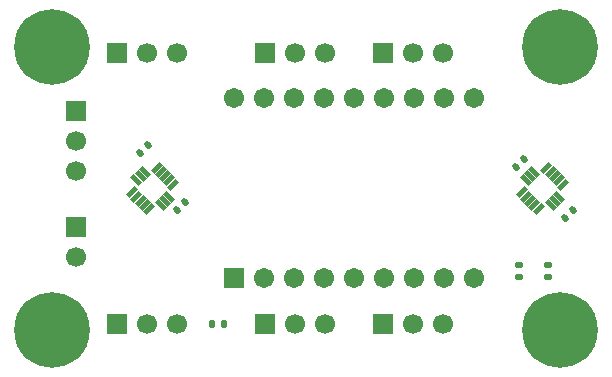
<source format=gbr>
%TF.GenerationSoftware,KiCad,Pcbnew,9.0.6*%
%TF.CreationDate,2025-12-17T16:55:43-07:00*%
%TF.ProjectId,fizzbee,66697a7a-6265-4652-9e6b-696361645f70,rev?*%
%TF.SameCoordinates,Original*%
%TF.FileFunction,Soldermask,Top*%
%TF.FilePolarity,Negative*%
%FSLAX46Y46*%
G04 Gerber Fmt 4.6, Leading zero omitted, Abs format (unit mm)*
G04 Created by KiCad (PCBNEW 9.0.6) date 2025-12-17 16:55:43*
%MOMM*%
%LPD*%
G01*
G04 APERTURE LIST*
G04 Aperture macros list*
%AMRoundRect*
0 Rectangle with rounded corners*
0 $1 Rounding radius*
0 $2 $3 $4 $5 $6 $7 $8 $9 X,Y pos of 4 corners*
0 Add a 4 corners polygon primitive as box body*
4,1,4,$2,$3,$4,$5,$6,$7,$8,$9,$2,$3,0*
0 Add four circle primitives for the rounded corners*
1,1,$1+$1,$2,$3*
1,1,$1+$1,$4,$5*
1,1,$1+$1,$6,$7*
1,1,$1+$1,$8,$9*
0 Add four rect primitives between the rounded corners*
20,1,$1+$1,$2,$3,$4,$5,0*
20,1,$1+$1,$4,$5,$6,$7,0*
20,1,$1+$1,$6,$7,$8,$9,0*
20,1,$1+$1,$8,$9,$2,$3,0*%
G04 Aperture macros list end*
%ADD10RoundRect,0.140000X0.021213X-0.219203X0.219203X-0.021213X-0.021213X0.219203X-0.219203X0.021213X0*%
%ADD11C,3.200000*%
%ADD12C,6.400000*%
%ADD13R,1.700000X1.700000*%
%ADD14C,1.700000*%
%ADD15RoundRect,0.140000X0.170000X-0.140000X0.170000X0.140000X-0.170000X0.140000X-0.170000X-0.140000X0*%
%ADD16RoundRect,0.102000X-0.197990X-0.388909X0.388909X0.197990X0.197990X0.388909X-0.388909X-0.197990X0*%
%ADD17RoundRect,0.102000X0.197990X-0.388909X0.388909X-0.197990X-0.197990X0.388909X-0.388909X0.197990X0*%
%ADD18RoundRect,0.140000X-0.140000X-0.170000X0.140000X-0.170000X0.140000X0.170000X-0.140000X0.170000X0*%
%ADD19C,1.712000*%
%ADD20RoundRect,0.102000X0.754000X-0.754000X0.754000X0.754000X-0.754000X0.754000X-0.754000X-0.754000X0*%
%ADD21RoundRect,0.140000X-0.021213X0.219203X-0.219203X0.021213X0.021213X-0.219203X0.219203X-0.021213X0*%
G04 APERTURE END LIST*
D10*
%TO.C,C4*%
X127160589Y-91839411D03*
X127839411Y-91160589D03*
%TD*%
D11*
%TO.C,*%
X162753446Y-82832340D03*
%TD*%
%TO.C,REF\u002A\u002A*%
X119753446Y-82832340D03*
%TD*%
%TO.C,*%
X162753446Y-106832340D03*
%TD*%
D12*
%TO.C,REF\u002A\u002A*%
X119753446Y-82832340D03*
%TD*%
D13*
%TO.C,J7*%
X125253446Y-106332340D03*
D14*
X127793446Y-106332340D03*
X130333446Y-106332340D03*
%TD*%
D15*
%TO.C,R5*%
X161753446Y-102292340D03*
X161753446Y-101332340D03*
%TD*%
D11*
%TO.C,*%
X119753446Y-106832340D03*
%TD*%
D13*
%TO.C,J4*%
X137753446Y-83332340D03*
D14*
X140293446Y-83332340D03*
X142833446Y-83332340D03*
%TD*%
D16*
%TO.C,U2*%
X159506892Y-95164680D03*
X159860446Y-95518234D03*
X160213999Y-95871787D03*
X160567552Y-96225340D03*
X160921106Y-96578894D03*
D17*
X161939340Y-96225340D03*
X162292893Y-95871787D03*
X162646446Y-95518234D03*
D16*
X163000000Y-94500000D03*
X162646446Y-94146446D03*
X162292893Y-93792893D03*
X161939340Y-93439340D03*
X161585786Y-93085786D03*
D17*
X160567552Y-93439340D03*
X160213999Y-93792893D03*
X159860446Y-94146446D03*
%TD*%
D12*
%TO.C,REF\u002A\u002A*%
X162753446Y-106832340D03*
%TD*%
D13*
%TO.C,J1*%
X121753446Y-98057340D03*
D14*
X121753446Y-100597340D03*
%TD*%
D18*
%TO.C,C5*%
X133293446Y-106332340D03*
X134253446Y-106332340D03*
%TD*%
D13*
%TO.C,J6*%
X125253446Y-83332340D03*
D14*
X127793446Y-83332340D03*
X130333446Y-83332340D03*
%TD*%
D15*
%TO.C,R6*%
X159253446Y-102312340D03*
X159253446Y-101352340D03*
%TD*%
D13*
%TO.C,J5*%
X147753446Y-83332340D03*
D14*
X150293446Y-83332340D03*
X152833446Y-83332340D03*
%TD*%
D13*
%TO.C,J3*%
X147713446Y-106332340D03*
D14*
X150253446Y-106332340D03*
X152793446Y-106332340D03*
%TD*%
D16*
%TO.C,U3*%
X126506892Y-95164680D03*
X126860446Y-95518234D03*
X127213999Y-95871787D03*
X127567552Y-96225340D03*
X127921106Y-96578894D03*
D17*
X128939340Y-96225340D03*
X129292893Y-95871787D03*
X129646446Y-95518234D03*
D16*
X130000000Y-94500000D03*
X129646446Y-94146446D03*
X129292893Y-93792893D03*
X128939340Y-93439340D03*
X128585786Y-93085786D03*
D17*
X127567552Y-93439340D03*
X127213999Y-93792893D03*
X126860446Y-94146446D03*
%TD*%
D10*
%TO.C,C3*%
X130321178Y-96678822D03*
X131000000Y-96000000D03*
%TD*%
D12*
%TO.C,REF\u002A\u002A*%
X162753446Y-82832340D03*
%TD*%
%TO.C,REF\u002A\u002A*%
X119753446Y-106832340D03*
%TD*%
D10*
%TO.C,C2*%
X159000000Y-93000000D03*
X159678822Y-92321178D03*
%TD*%
D13*
%TO.C,J8*%
X121753446Y-88292340D03*
D14*
X121753446Y-90832340D03*
X121753446Y-93372340D03*
%TD*%
D13*
%TO.C,J2*%
X137753446Y-106332340D03*
D14*
X140293446Y-106332340D03*
X142833446Y-106332340D03*
%TD*%
D19*
%TO.C,U1*%
X142713446Y-102452340D03*
X145253446Y-102452340D03*
X147793446Y-102452340D03*
X140173446Y-102452340D03*
X150333446Y-102452340D03*
X152873446Y-102452340D03*
D20*
X135093446Y-102452340D03*
D19*
X155413446Y-102452340D03*
X155413446Y-87212340D03*
X152873446Y-87212340D03*
X150333446Y-87212340D03*
X147793446Y-87212340D03*
X145253446Y-87212340D03*
X142713446Y-87212340D03*
X140173446Y-87212340D03*
X137633446Y-102452340D03*
X137633446Y-87212340D03*
X135093446Y-87212340D03*
%TD*%
D21*
%TO.C,C1*%
X163839411Y-96660589D03*
X163160589Y-97339411D03*
%TD*%
M02*

</source>
